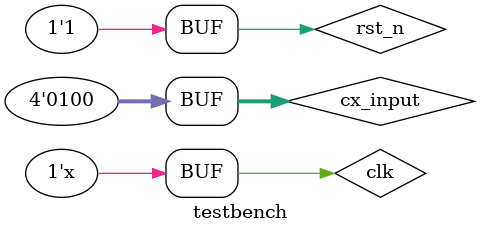
<source format=v>
`timescale 1ns/1ns
module testbench();

reg clk;
reg rst_n;
reg bit_input[0:15];
wire [3:0] cx_input=4'd4;
wire [7:0] byte_output;
wire update_flag;
reg [3:0] address;
wire output_valid;

initial begin
	address<=4'b0;
	bit_input[0]<=1'b0;
	bit_input[1]<=1'b0;
	bit_input[2]<=1'b1;
	bit_input[3]<=1'b1;
	bit_input[4]<=1'b1;
	bit_input[5]<=1'b1;
	bit_input[6]<=1'b0;
	bit_input[7]<=1'b0;
	bit_input[8]<=1'b0;
	bit_input[9]<=1'b0;
	bit_input[10]<=1'b0;
	bit_input[11]<=1'b0;
	bit_input[12]<=1'b1;
	bit_input[13]<=1'b1;
	bit_input[14]<=1'b1;
	bit_input[15]<=1'b1;
	rst_n<=1'b0;
	clk<=1'b1;
	#10 rst_n<=1'b1;
end

always #2 clk<=~clk;

always@(posedge clk)
	if(!rst_n)
		address<=-4'd1;
	else if(update_flag)
		address<=address+1'b1;
	else
		address<=address;

mq_coder m1
(
	.clk(clk),
	.rst_n(rst_n),
	.bit(bit_input[address]),
	.input_valid(1'b1),
	.cx(cx_input),
	.update_flag(update_flag),
	.byte_out(byte_output),
	.output_valid(output_valid)
);

endmodule 
</source>
